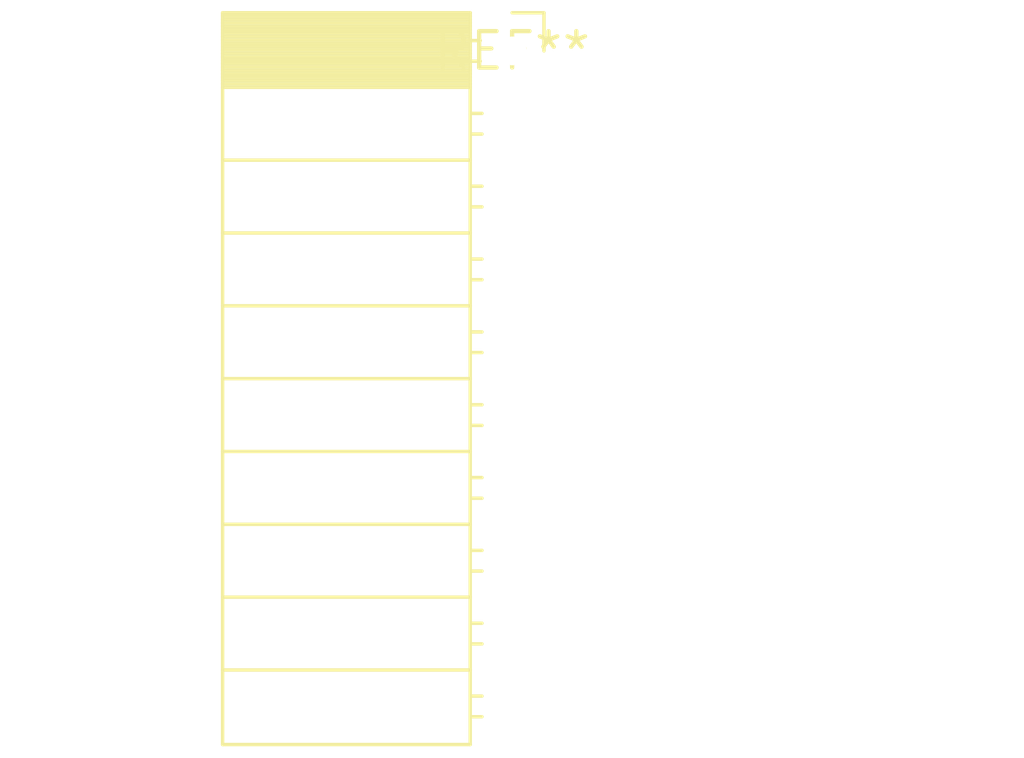
<source format=kicad_pcb>
(kicad_pcb (version 20240108) (generator pcbnew)
  (layers (0 "F.Cu" signal) (31 "B.Cu" signal) (34 "B.Paste" user) (35 "F.Paste" user) (36 "B.SilkS" user "B.Silkscreen") (37 "F.SilkS" user "F.Silkscreen") (38 "B.Mask" user) (39 "F.Mask" user) (44 "Edge.Cuts" user))
  (net 0 "")
  (footprint "PinSocket_1x10_P2.54mm_Horizontal" (layer "F.Cu") (at 0 0)
    (property "Reference" "REF**")
    (property "Value" "PinSocket_1x10_P2.54mm_Horizontal")
    (fp_line (start -10.09 -1.33) (end -10.09 24.19) (layer "F.SilkS") (stroke (width 0.12)))
    (fp_line (start -10.09 -1.33) (end -1.46 -1.33) (layer "F.SilkS") (stroke (width 0.12)))
    (fp_line (start -10.09 -1.21) (end -1.46 -1.21) (layer "F.SilkS") (stroke (width 0.12)))
    (fp_line (start -10.09 -1.091905) (end -1.46 -1.091905) (layer "F.SilkS") (stroke (width 0.12)))
    (fp_line (start -10.09 -0.97381) (end -1.46 -0.97381) (layer "F.SilkS") (stroke (width 0.12)))
    (fp_line (start -10.09 -0.855715) (end -1.46 -0.855715) (layer "F.SilkS") (stroke (width 0.12)))
    (fp_line (start -10.09 -0.73762) (end -1.46 -0.73762) (layer "F.SilkS") (stroke (width 0.12)))
    (fp_line (start -10.09 -0.619525) (end -1.46 -0.619525) (layer "F.SilkS") (stroke (width 0.12)))
    (fp_line (start -10.09 -0.50143) (end -1.46 -0.50143) (layer "F.SilkS") (stroke (width 0.12)))
    (fp_line (start -10.09 -0.383335) (end -1.46 -0.383335) (layer "F.SilkS") (stroke (width 0.12)))
    (fp_line (start -10.09 -0.26524) (end -1.46 -0.26524) (layer "F.SilkS") (stroke (width 0.12)))
    (fp_line (start -10.09 -0.147145) (end -1.46 -0.147145) (layer "F.SilkS") (stroke (width 0.12)))
    (fp_line (start -10.09 -0.02905) (end -1.46 -0.02905) (layer "F.SilkS") (stroke (width 0.12)))
    (fp_line (start -10.09 0.089045) (end -1.46 0.089045) (layer "F.SilkS") (stroke (width 0.12)))
    (fp_line (start -10.09 0.20714) (end -1.46 0.20714) (layer "F.SilkS") (stroke (width 0.12)))
    (fp_line (start -10.09 0.325235) (end -1.46 0.325235) (layer "F.SilkS") (stroke (width 0.12)))
    (fp_line (start -10.09 0.44333) (end -1.46 0.44333) (layer "F.SilkS") (stroke (width 0.12)))
    (fp_line (start -10.09 0.561425) (end -1.46 0.561425) (layer "F.SilkS") (stroke (width 0.12)))
    (fp_line (start -10.09 0.67952) (end -1.46 0.67952) (layer "F.SilkS") (stroke (width 0.12)))
    (fp_line (start -10.09 0.797615) (end -1.46 0.797615) (layer "F.SilkS") (stroke (width 0.12)))
    (fp_line (start -10.09 0.91571) (end -1.46 0.91571) (layer "F.SilkS") (stroke (width 0.12)))
    (fp_line (start -10.09 1.033805) (end -1.46 1.033805) (layer "F.SilkS") (stroke (width 0.12)))
    (fp_line (start -10.09 1.1519) (end -1.46 1.1519) (layer "F.SilkS") (stroke (width 0.12)))
    (fp_line (start -10.09 1.27) (end -1.46 1.27) (layer "F.SilkS") (stroke (width 0.12)))
    (fp_line (start -10.09 3.81) (end -1.46 3.81) (layer "F.SilkS") (stroke (width 0.12)))
    (fp_line (start -10.09 6.35) (end -1.46 6.35) (layer "F.SilkS") (stroke (width 0.12)))
    (fp_line (start -10.09 8.89) (end -1.46 8.89) (layer "F.SilkS") (stroke (width 0.12)))
    (fp_line (start -10.09 11.43) (end -1.46 11.43) (layer "F.SilkS") (stroke (width 0.12)))
    (fp_line (start -10.09 13.97) (end -1.46 13.97) (layer "F.SilkS") (stroke (width 0.12)))
    (fp_line (start -10.09 16.51) (end -1.46 16.51) (layer "F.SilkS") (stroke (width 0.12)))
    (fp_line (start -10.09 19.05) (end -1.46 19.05) (layer "F.SilkS") (stroke (width 0.12)))
    (fp_line (start -10.09 21.59) (end -1.46 21.59) (layer "F.SilkS") (stroke (width 0.12)))
    (fp_line (start -10.09 24.19) (end -1.46 24.19) (layer "F.SilkS") (stroke (width 0.12)))
    (fp_line (start -1.46 -1.33) (end -1.46 24.19) (layer "F.SilkS") (stroke (width 0.12)))
    (fp_line (start -1.46 -0.36) (end -1.11 -0.36) (layer "F.SilkS") (stroke (width 0.12)))
    (fp_line (start -1.46 0.36) (end -1.11 0.36) (layer "F.SilkS") (stroke (width 0.12)))
    (fp_line (start -1.46 2.18) (end -1.05 2.18) (layer "F.SilkS") (stroke (width 0.12)))
    (fp_line (start -1.46 2.9) (end -1.05 2.9) (layer "F.SilkS") (stroke (width 0.12)))
    (fp_line (start -1.46 4.72) (end -1.05 4.72) (layer "F.SilkS") (stroke (width 0.12)))
    (fp_line (start -1.46 5.44) (end -1.05 5.44) (layer "F.SilkS") (stroke (width 0.12)))
    (fp_line (start -1.46 7.26) (end -1.05 7.26) (layer "F.SilkS") (stroke (width 0.12)))
    (fp_line (start -1.46 7.98) (end -1.05 7.98) (layer "F.SilkS") (stroke (width 0.12)))
    (fp_line (start -1.46 9.8) (end -1.05 9.8) (layer "F.SilkS") (stroke (width 0.12)))
    (fp_line (start -1.46 10.52) (end -1.05 10.52) (layer "F.SilkS") (stroke (width 0.12)))
    (fp_line (start -1.46 12.34) (end -1.05 12.34) (layer "F.SilkS") (stroke (width 0.12)))
    (fp_line (start -1.46 13.06) (end -1.05 13.06) (layer "F.SilkS") (stroke (width 0.12)))
    (fp_line (start -1.46 14.88) (end -1.05 14.88) (layer "F.SilkS") (stroke (width 0.12)))
    (fp_line (start -1.46 15.6) (end -1.05 15.6) (layer "F.SilkS") (stroke (width 0.12)))
    (fp_line (start -1.46 17.42) (end -1.05 17.42) (layer "F.SilkS") (stroke (width 0.12)))
    (fp_line (start -1.46 18.14) (end -1.05 18.14) (layer "F.SilkS") (stroke (width 0.12)))
    (fp_line (start -1.46 19.96) (end -1.05 19.96) (layer "F.SilkS") (stroke (width 0.12)))
    (fp_line (start -1.46 20.68) (end -1.05 20.68) (layer "F.SilkS") (stroke (width 0.12)))
    (fp_line (start -1.46 22.5) (end -1.05 22.5) (layer "F.SilkS") (stroke (width 0.12)))
    (fp_line (start -1.46 23.22) (end -1.05 23.22) (layer "F.SilkS") (stroke (width 0.12)))
    (fp_line (start 0 -1.33) (end 1.11 -1.33) (layer "F.SilkS") (stroke (width 0.12)))
    (fp_line (start 1.11 -1.33) (end 1.11 0) (layer "F.SilkS") (stroke (width 0.12)))
    (pad "1" thru_hole rect (at 0 0) (size 1.7 1.7) (drill 1) (layers *.Cu *.Mask) (remove_unused_layers))
    (pad "2" thru_hole oval (at 0 2.54) (size 1.7 1.7) (drill 1) (layers *.Cu *.Mask) (remove_unused_layers))
    (pad "3" thru_hole oval (at 0 5.08) (size 1.7 1.7) (drill 1) (layers *.Cu *.Mask) (remove_unused_layers))
    (pad "4" thru_hole oval (at 0 7.62) (size 1.7 1.7) (drill 1) (layers *.Cu *.Mask) (remove_unused_layers))
    (pad "5" thru_hole oval (at 0 10.16) (size 1.7 1.7) (drill 1) (layers *.Cu *.Mask) (remove_unused_layers))
    (pad "6" thru_hole oval (at 0 12.7) (size 1.7 1.7) (drill 1) (layers *.Cu *.Mask) (remove_unused_layers))
    (pad "7" thru_hole oval (at 0 15.24) (size 1.7 1.7) (drill 1) (layers *.Cu *.Mask) (remove_unused_layers))
    (pad "8" thru_hole oval (at 0 17.78) (size 1.7 1.7) (drill 1) (layers *.Cu *.Mask) (remove_unused_layers))
    (pad "9" thru_hole oval (at 0 20.32) (size 1.7 1.7) (drill 1) (layers *.Cu *.Mask) (remove_unused_layers))
    (pad "10" thru_hole oval (at 0 22.86) (size 1.7 1.7) (drill 1) (layers *.Cu *.Mask) (remove_unused_layers))
  )
)
</source>
